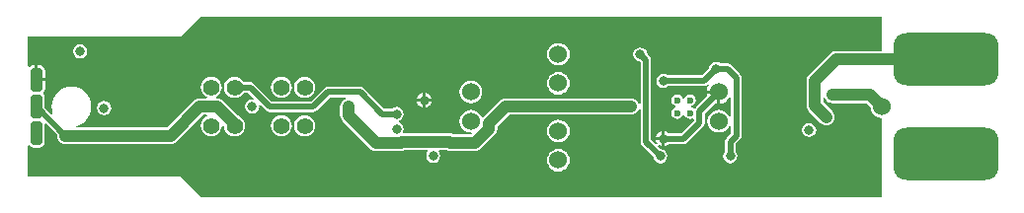
<source format=gbr>
%TF.GenerationSoftware,Altium Limited,Altium Designer,18.1.7 (191)*%
G04 Layer_Physical_Order=3*
G04 Layer_Color=16440176*
%FSLAX45Y45*%
%MOMM*%
%TF.FileFunction,Copper,L3,Inr,Signal*%
%TF.Part,Single*%
G01*
G75*
%TA.AperFunction,Conductor*%
%ADD29C,1.00000*%
%ADD30C,0.50000*%
%TA.AperFunction,ComponentPad*%
%ADD31C,1.40000*%
G04:AMPARAMS|DCode=32|XSize=2mm|YSize=1mm|CornerRadius=0.25mm|HoleSize=0mm|Usage=FLASHONLY|Rotation=90.000|XOffset=0mm|YOffset=0mm|HoleType=Round|Shape=RoundedRectangle|*
%AMROUNDEDRECTD32*
21,1,2.00000,0.50000,0,0,90.0*
21,1,1.50000,1.00000,0,0,90.0*
1,1,0.50000,0.25000,0.75000*
1,1,0.50000,0.25000,-0.75000*
1,1,0.50000,-0.25000,-0.75000*
1,1,0.50000,-0.25000,0.75000*
%
%ADD32ROUNDEDRECTD32*%
G04:AMPARAMS|DCode=33|XSize=9mm|YSize=4.5mm|CornerRadius=1.125mm|HoleSize=0mm|Usage=FLASHONLY|Rotation=0.000|XOffset=0mm|YOffset=0mm|HoleType=Round|Shape=RoundedRectangle|*
%AMROUNDEDRECTD33*
21,1,9.00000,2.25000,0,0,0.0*
21,1,6.75000,4.50000,0,0,0.0*
1,1,2.25000,3.37500,-1.12500*
1,1,2.25000,-3.37500,-1.12500*
1,1,2.25000,-3.37500,1.12500*
1,1,2.25000,3.37500,1.12500*
%
%ADD33ROUNDEDRECTD33*%
%ADD34C,1.52400*%
%TA.AperFunction,ViaPad*%
%ADD35C,0.60000*%
%ADD36C,0.80000*%
%ADD37C,1.00000*%
G36*
X7350000Y1276604D02*
X6956000D01*
X6937727Y1274198D01*
X6920698Y1267145D01*
X6906076Y1255924D01*
X6725075Y1074924D01*
X6713855Y1060302D01*
X6706802Y1043273D01*
X6704396Y1025000D01*
Y810000D01*
X6706802Y791726D01*
X6713855Y774698D01*
X6725075Y760075D01*
X6825076Y660075D01*
X6839698Y648855D01*
X6856726Y641802D01*
X6875000Y639396D01*
X6893273Y641802D01*
X6910302Y648855D01*
X6924924Y660075D01*
X6936145Y674698D01*
X6943198Y691726D01*
X6945604Y710000D01*
X6943198Y728273D01*
X6936145Y745302D01*
X6924924Y759924D01*
X6845604Y839245D01*
Y875575D01*
X6858304Y878101D01*
X6863855Y864698D01*
X6875076Y850076D01*
X6889698Y838855D01*
X6906727Y831802D01*
X6925000Y829396D01*
X7220755D01*
X7253397Y796754D01*
X7256276Y774887D01*
X7265969Y751485D01*
X7281390Y731389D01*
X7301485Y715969D01*
X7324887Y706276D01*
X7350000Y702970D01*
Y25488D01*
X1510558Y25488D01*
X1343023Y193022D01*
X1334754Y198548D01*
X1324999Y200488D01*
X25488D01*
Y465242D01*
X38188Y469095D01*
X42557Y462557D01*
X57442Y452611D01*
X75000Y449118D01*
X125000D01*
X142558Y452611D01*
X157443Y462557D01*
X167389Y477442D01*
X170882Y495000D01*
Y645000D01*
X170566Y646587D01*
X182270Y652843D01*
X280061Y555052D01*
X279396Y550000D01*
X281802Y531726D01*
X288855Y514698D01*
X300076Y500075D01*
X314698Y488855D01*
X331727Y481802D01*
X350000Y479396D01*
X1250000D01*
X1268274Y481802D01*
X1285302Y488855D01*
X1299925Y500075D01*
X1529245Y729396D01*
X1559526D01*
X1562052Y716696D01*
X1554612Y713614D01*
X1535812Y699188D01*
X1521386Y680388D01*
X1512317Y658494D01*
X1509224Y635000D01*
X1512317Y611505D01*
X1521386Y589611D01*
X1535812Y570811D01*
X1554612Y556385D01*
X1576505Y547317D01*
X1600000Y544223D01*
X1623495Y547317D01*
X1645388Y556385D01*
X1664189Y570811D01*
X1678615Y589611D01*
X1687683Y611505D01*
X1690752Y634814D01*
X1691417Y635303D01*
X1702835Y640709D01*
X1709247Y635179D01*
X1709224Y635000D01*
X1712317Y611505D01*
X1721385Y589611D01*
X1735811Y570811D01*
X1754612Y556385D01*
X1776505Y547317D01*
X1800000Y544223D01*
X1823495Y547317D01*
X1845388Y556385D01*
X1864189Y570811D01*
X1878614Y589611D01*
X1887683Y611505D01*
X1890776Y635000D01*
X1887683Y658494D01*
X1878614Y680388D01*
X1864189Y699188D01*
X1845388Y713614D01*
X1824866Y722115D01*
X1697057Y849924D01*
X1682434Y861145D01*
X1665406Y868198D01*
X1647132Y870604D01*
X1640475D01*
X1637949Y883304D01*
X1645388Y886385D01*
X1664189Y900811D01*
X1678615Y919612D01*
X1687683Y941505D01*
X1690776Y965000D01*
X1687683Y988495D01*
X1678615Y1010388D01*
X1664189Y1029188D01*
X1645388Y1043614D01*
X1623495Y1052683D01*
X1600000Y1055776D01*
X1576505Y1052683D01*
X1554612Y1043614D01*
X1535812Y1029188D01*
X1521386Y1010388D01*
X1512317Y988495D01*
X1509224Y965000D01*
X1512317Y941505D01*
X1521386Y919612D01*
X1535812Y900811D01*
X1554612Y886385D01*
X1562051Y883304D01*
X1559525Y870604D01*
X1500000D01*
X1481727Y868198D01*
X1464698Y861145D01*
X1450076Y849924D01*
X1220755Y620604D01*
X437992D01*
X436108Y633304D01*
X465371Y642181D01*
X494904Y657966D01*
X520790Y679210D01*
X542033Y705096D01*
X557819Y734629D01*
X567540Y766674D01*
X570822Y800000D01*
X567540Y833326D01*
X557819Y865371D01*
X542033Y894904D01*
X520790Y920790D01*
X494904Y942033D01*
X465371Y957819D01*
X433326Y967540D01*
X400000Y970822D01*
X366674Y967540D01*
X334629Y957819D01*
X305096Y942033D01*
X279210Y920790D01*
X257966Y894904D01*
X242181Y865371D01*
X232460Y833326D01*
X229178Y800000D01*
X232460Y766674D01*
X239552Y743295D01*
X228322Y736564D01*
X170882Y794005D01*
Y875000D01*
X167389Y892558D01*
X157443Y907443D01*
Y907666D01*
X162007Y919668D01*
X172476Y935335D01*
X176387Y955000D01*
Y1017300D01*
X100000D01*
Y1030000D01*
X87300D01*
Y1156387D01*
X75000D01*
X55335Y1152476D01*
X38664Y1141336D01*
X38188Y1140625D01*
X25488Y1144477D01*
Y1399512D01*
X1324999D01*
X1334754Y1401452D01*
X1343023Y1406977D01*
X1510558Y1574512D01*
X7350000D01*
Y1276604D01*
D02*
G37*
%LPC*%
G36*
X475000Y1336175D02*
X451589Y1331519D01*
X431743Y1318257D01*
X418481Y1298411D01*
X413825Y1275000D01*
X418481Y1251589D01*
X431743Y1231743D01*
X451589Y1218481D01*
X475000Y1213825D01*
X498411Y1218481D01*
X518258Y1231743D01*
X531519Y1251589D01*
X536175Y1275000D01*
X531519Y1298411D01*
X518258Y1318257D01*
X498411Y1331519D01*
X475000Y1336175D01*
D02*
G37*
G36*
X4575000Y1347030D02*
X4549887Y1343724D01*
X4526485Y1334031D01*
X4506390Y1318611D01*
X4490969Y1298515D01*
X4481276Y1275113D01*
X4477970Y1250000D01*
X4481276Y1224887D01*
X4490969Y1201485D01*
X4506390Y1181390D01*
X4526485Y1165969D01*
X4549887Y1156276D01*
X4575000Y1152970D01*
X4600113Y1156276D01*
X4623515Y1165969D01*
X4643610Y1181390D01*
X4659031Y1201485D01*
X4668724Y1224887D01*
X4672030Y1250000D01*
X4668724Y1275113D01*
X4659031Y1298515D01*
X4643610Y1318611D01*
X4623515Y1334031D01*
X4600113Y1343724D01*
X4575000Y1347030D01*
D02*
G37*
G36*
X5925000Y1186175D02*
X5901589Y1181519D01*
X5881743Y1168258D01*
X5868481Y1148411D01*
X5864746Y1129632D01*
X5803495Y1068382D01*
X5514330D01*
X5498411Y1079019D01*
X5475000Y1083676D01*
X5451589Y1079019D01*
X5431743Y1065758D01*
X5418481Y1045911D01*
X5413825Y1022500D01*
X5418481Y999089D01*
X5431743Y979243D01*
X5451589Y965981D01*
X5475000Y961325D01*
X5498411Y965981D01*
X5514330Y976619D01*
X5822500D01*
X5840058Y980111D01*
X5854943Y990057D01*
X5858831Y993944D01*
X5868399Y985553D01*
X5861252Y976238D01*
X5851015Y951523D01*
X5849195Y937700D01*
X5950000D01*
Y925000D01*
X5962700D01*
Y824195D01*
X5976523Y826015D01*
X6001238Y836252D01*
X6022462Y852538D01*
X6038748Y873762D01*
X6041418Y880209D01*
X6054118Y877683D01*
Y708205D01*
X6041418Y705679D01*
X6034031Y723515D01*
X6018611Y743610D01*
X5998515Y759030D01*
X5975113Y768724D01*
X5950000Y772030D01*
X5924887Y768724D01*
X5901485Y759030D01*
X5881390Y743610D01*
X5865969Y723515D01*
X5856276Y700113D01*
X5852970Y675000D01*
X5856276Y649887D01*
X5865969Y626485D01*
X5881390Y606389D01*
X5901485Y590969D01*
X5924887Y581276D01*
X5950000Y577970D01*
X5975113Y581276D01*
X5998515Y590969D01*
X6018611Y606389D01*
X6034031Y626485D01*
X6041418Y644321D01*
X6054118Y641795D01*
Y569005D01*
X6017557Y532443D01*
X6007611Y517558D01*
X6004119Y500000D01*
Y414330D01*
X5993481Y398411D01*
X5988825Y375000D01*
X5993481Y351589D01*
X6006743Y331743D01*
X6026589Y318481D01*
X6050000Y313825D01*
X6073411Y318481D01*
X6093258Y331743D01*
X6106519Y351589D01*
X6111175Y375000D01*
X6106519Y398411D01*
X6095882Y414330D01*
Y480995D01*
X6132443Y517557D01*
X6142389Y532442D01*
X6145882Y550000D01*
Y1050000D01*
X6142389Y1067558D01*
X6132443Y1082443D01*
X6057443Y1157443D01*
X6042558Y1167389D01*
X6025000Y1170882D01*
X5964330D01*
X5948411Y1181519D01*
X5925000Y1186175D01*
D02*
G37*
G36*
X125000Y1156387D02*
X112700D01*
Y1042700D01*
X176387D01*
Y1105000D01*
X172476Y1124665D01*
X161336Y1141336D01*
X144665Y1152476D01*
X125000Y1156387D01*
D02*
G37*
G36*
X4575000Y1097030D02*
X4549887Y1093724D01*
X4526485Y1084031D01*
X4506390Y1068611D01*
X4490969Y1048515D01*
X4481276Y1025113D01*
X4477970Y1000000D01*
X4481276Y974887D01*
X4490969Y951485D01*
X4506390Y931390D01*
X4526485Y915969D01*
X4549887Y906276D01*
X4575000Y902970D01*
X4600113Y906276D01*
X4623515Y915969D01*
X4643610Y931390D01*
X4659031Y951485D01*
X4668724Y974887D01*
X4672030Y1000000D01*
X4668724Y1025113D01*
X4659031Y1048515D01*
X4643610Y1068611D01*
X4623515Y1084031D01*
X4600113Y1093724D01*
X4575000Y1097030D01*
D02*
G37*
G36*
X2400000Y1055776D02*
X2376505Y1052683D01*
X2354612Y1043614D01*
X2335811Y1029188D01*
X2321386Y1010388D01*
X2312317Y988495D01*
X2309224Y965000D01*
X2312317Y941505D01*
X2321386Y919612D01*
X2335811Y900811D01*
X2354612Y886385D01*
X2376505Y877317D01*
X2400000Y874224D01*
X2423495Y877317D01*
X2445388Y886385D01*
X2464189Y900811D01*
X2478615Y919612D01*
X2487683Y941505D01*
X2490776Y965000D01*
X2487683Y988495D01*
X2478615Y1010388D01*
X2464189Y1029188D01*
X2445388Y1043614D01*
X2423495Y1052683D01*
X2400000Y1055776D01*
D02*
G37*
G36*
X2200000D02*
X2176505Y1052683D01*
X2154612Y1043614D01*
X2135811Y1029188D01*
X2121385Y1010388D01*
X2112317Y988495D01*
X2109224Y965000D01*
X2112317Y941505D01*
X2121385Y919612D01*
X2135811Y900811D01*
X2154612Y886385D01*
X2176505Y877317D01*
X2200000Y874224D01*
X2223495Y877317D01*
X2245388Y886385D01*
X2264189Y900811D01*
X2278614Y919612D01*
X2287683Y941505D01*
X2290776Y965000D01*
X2287683Y988495D01*
X2278614Y1010388D01*
X2264189Y1029188D01*
X2245388Y1043614D01*
X2223495Y1052683D01*
X2200000Y1055776D01*
D02*
G37*
G36*
X3437700Y919292D02*
Y867700D01*
X3489292D01*
X3488717Y872073D01*
X3482127Y887982D01*
X3471644Y901644D01*
X3457982Y912127D01*
X3442073Y918717D01*
X3437700Y919292D01*
D02*
G37*
G36*
X3412300D02*
X3407927Y918717D01*
X3392018Y912127D01*
X3378356Y901644D01*
X3367873Y887982D01*
X3361283Y872073D01*
X3360708Y867700D01*
X3412300D01*
Y919292D01*
D02*
G37*
G36*
X3825000Y1022030D02*
X3799887Y1018724D01*
X3776485Y1009030D01*
X3756389Y993610D01*
X3740969Y973515D01*
X3731276Y950113D01*
X3727970Y925000D01*
X3731276Y899887D01*
X3740969Y876485D01*
X3756389Y856389D01*
X3776485Y840969D01*
X3799887Y831276D01*
X3825000Y827970D01*
X3850113Y831276D01*
X3873515Y840969D01*
X3893610Y856389D01*
X3909031Y876485D01*
X3918724Y899887D01*
X3922030Y925000D01*
X3918724Y950113D01*
X3909031Y973515D01*
X3893610Y993610D01*
X3873515Y1009030D01*
X3850113Y1018724D01*
X3825000Y1022030D01*
D02*
G37*
G36*
X5277500Y1308676D02*
X5254089Y1304019D01*
X5234243Y1290758D01*
X5220981Y1270911D01*
X5216325Y1247500D01*
X5220981Y1224089D01*
X5234243Y1204243D01*
X5254089Y1190981D01*
X5272868Y1187246D01*
X5279118Y1180995D01*
Y825096D01*
X5266418Y822570D01*
X5261145Y835302D01*
X5249924Y849924D01*
X5235302Y861145D01*
X5218274Y868198D01*
X5200000Y870604D01*
X4125000D01*
X4106726Y868198D01*
X4089698Y861145D01*
X4075075Y849924D01*
X3931276Y706125D01*
X3930434Y705028D01*
X3915895Y706942D01*
X3909031Y723515D01*
X3893610Y743610D01*
X3873515Y759030D01*
X3850113Y768724D01*
X3825000Y772030D01*
X3799887Y768724D01*
X3776485Y759030D01*
X3756389Y743610D01*
X3740969Y723515D01*
X3731276Y700113D01*
X3727970Y675000D01*
X3731276Y649887D01*
X3740969Y626485D01*
X3756389Y606389D01*
X3776485Y590969D01*
X3799887Y581276D01*
X3825000Y577970D01*
X3825500Y578036D01*
X3832406Y566135D01*
X3827820Y560104D01*
X3674084D01*
X3672727Y561145D01*
X3655698Y568198D01*
X3637425Y570604D01*
X3248143D01*
X3242156Y581805D01*
X3245019Y586089D01*
X3249675Y609500D01*
X3245019Y632911D01*
X3231757Y652757D01*
X3211911Y666019D01*
X3209363Y666525D01*
Y679474D01*
X3211911Y679981D01*
X3231757Y693242D01*
X3245019Y713089D01*
X3249675Y736500D01*
X3245019Y759911D01*
X3231757Y779757D01*
X3211911Y793019D01*
X3188500Y797675D01*
X3165089Y793019D01*
X3149169Y782381D01*
X3082505D01*
X2907443Y957443D01*
X2892558Y967389D01*
X2875000Y970881D01*
X2600000D01*
X2582442Y967389D01*
X2567557Y957443D01*
X2455995Y845881D01*
X2119005D01*
X1967443Y997443D01*
X1952558Y1007389D01*
X1935000Y1010881D01*
X1878236D01*
X1864189Y1029188D01*
X1845388Y1043614D01*
X1823495Y1052683D01*
X1800000Y1055776D01*
X1776505Y1052683D01*
X1754612Y1043614D01*
X1735811Y1029188D01*
X1721385Y1010388D01*
X1712317Y988495D01*
X1709224Y965000D01*
X1712317Y941505D01*
X1721385Y919612D01*
X1735811Y900811D01*
X1754612Y886385D01*
X1776505Y877317D01*
X1800000Y874224D01*
X1823495Y877317D01*
X1845388Y886385D01*
X1864189Y900811D01*
X1878236Y919118D01*
X1915995D01*
X1963718Y871396D01*
X1957462Y859691D01*
X1950000Y861175D01*
X1926589Y856519D01*
X1906742Y843257D01*
X1893481Y823411D01*
X1888825Y800000D01*
X1893481Y776589D01*
X1906742Y756742D01*
X1926589Y743481D01*
X1950000Y738825D01*
X1973411Y743481D01*
X1993257Y756742D01*
X2006519Y776589D01*
X2011175Y800000D01*
X2009691Y807462D01*
X2021395Y813718D01*
X2067557Y767557D01*
X2082442Y757611D01*
X2100000Y754118D01*
X2475000D01*
X2492558Y757611D01*
X2507443Y767557D01*
X2619005Y879118D01*
X2749904D01*
X2752430Y866418D01*
X2739698Y861145D01*
X2725076Y849924D01*
X2713855Y835302D01*
X2706802Y818273D01*
X2704396Y800000D01*
Y725000D01*
X2706802Y706727D01*
X2713855Y689698D01*
X2725076Y675076D01*
X2960576Y439575D01*
X2975199Y428355D01*
X2992227Y421302D01*
X3010500Y418896D01*
X3222975D01*
X3241249Y421302D01*
X3258277Y428355D01*
X3259634Y429396D01*
X3451052D01*
X3456529Y416696D01*
X3445981Y400911D01*
X3441325Y377500D01*
X3445981Y354089D01*
X3459243Y334242D01*
X3479089Y320981D01*
X3502500Y316324D01*
X3525911Y320981D01*
X3545758Y334242D01*
X3559019Y354089D01*
X3563676Y377500D01*
X3559019Y400911D01*
X3548471Y416696D01*
X3553948Y429396D01*
X3611266D01*
X3612623Y428355D01*
X3629652Y421301D01*
X3647925Y418896D01*
X3860400D01*
X3878673Y421302D01*
X3895702Y428355D01*
X3910324Y439575D01*
X4031125Y560375D01*
X4042345Y574998D01*
X4049398Y592026D01*
X4051804Y610300D01*
Y626955D01*
X4154245Y729396D01*
X5200000D01*
X5218274Y731802D01*
X5235302Y738855D01*
X5249924Y750075D01*
X5261145Y764698D01*
X5266418Y777430D01*
X5279118Y774904D01*
Y500000D01*
X5282611Y482442D01*
X5292557Y467557D01*
X5389746Y370368D01*
X5393481Y351589D01*
X5406743Y331743D01*
X5426589Y318481D01*
X5450000Y313825D01*
X5473411Y318481D01*
X5493257Y331743D01*
X5506519Y351589D01*
X5511175Y375000D01*
X5506519Y398411D01*
X5493257Y418257D01*
X5473411Y431519D01*
X5454632Y435254D01*
X5424841Y465046D01*
X5433232Y474614D01*
X5433388Y474495D01*
X5442018Y467873D01*
X5457927Y461283D01*
X5462300Y460708D01*
Y512300D01*
X5410708D01*
X5411283Y507927D01*
X5417873Y492018D01*
X5424495Y483388D01*
X5424614Y483232D01*
X5421517Y480516D01*
X5415046Y474841D01*
X5370882Y519005D01*
Y1200000D01*
X5367389Y1217558D01*
X5357443Y1232443D01*
X5337754Y1252133D01*
X5334019Y1270911D01*
X5320757Y1290758D01*
X5300911Y1304019D01*
X5277500Y1308676D01*
D02*
G37*
G36*
X3489292Y842300D02*
X3437700D01*
Y790708D01*
X3442073Y791283D01*
X3457982Y797873D01*
X3471644Y808356D01*
X3482127Y822018D01*
X3488717Y837927D01*
X3489292Y842300D01*
D02*
G37*
G36*
X3412300D02*
X3360708D01*
X3361283Y837927D01*
X3367873Y822018D01*
X3378356Y808356D01*
X3392018Y797873D01*
X3407927Y791283D01*
X3412300Y790708D01*
Y842300D01*
D02*
G37*
G36*
X5937300Y912300D02*
X5849195D01*
X5851015Y898477D01*
X5853234Y893120D01*
X5752557Y792443D01*
X5744943Y781048D01*
X5741048D01*
X5724509Y792099D01*
X5717337Y793526D01*
Y806474D01*
X5724509Y807901D01*
X5741048Y818952D01*
X5752099Y835491D01*
X5755980Y855000D01*
X5752099Y874509D01*
X5741048Y891048D01*
X5724509Y902099D01*
X5705000Y905980D01*
X5685491Y902099D01*
X5668952Y891048D01*
X5657901Y874509D01*
X5656474Y867337D01*
X5643526D01*
X5642099Y874509D01*
X5631048Y891048D01*
X5614509Y902099D01*
X5595000Y905980D01*
X5575491Y902099D01*
X5558952Y891048D01*
X5547901Y874509D01*
X5544020Y855000D01*
X5547901Y835491D01*
X5558952Y818952D01*
X5575491Y807901D01*
X5582663Y806474D01*
Y793526D01*
X5575491Y792099D01*
X5558952Y781048D01*
X5547901Y764509D01*
X5544020Y745000D01*
X5547901Y725491D01*
X5558952Y708952D01*
X5575491Y697901D01*
X5595000Y694020D01*
X5614509Y697901D01*
X5631048Y708952D01*
X5642099Y725491D01*
X5643526Y732663D01*
X5656474D01*
X5657901Y725491D01*
X5668952Y708952D01*
X5685491Y697901D01*
X5705000Y694020D01*
X5724509Y697901D01*
X5727918Y700179D01*
X5739118Y694192D01*
Y679005D01*
X5630995Y570882D01*
X5522229D01*
X5521644Y571644D01*
X5507982Y582127D01*
X5492073Y588717D01*
X5487700Y589292D01*
Y525000D01*
Y460708D01*
X5492073Y461283D01*
X5507982Y467873D01*
X5521644Y478356D01*
X5522229Y479118D01*
X5650000D01*
X5667558Y482611D01*
X5682443Y492557D01*
X5817443Y627557D01*
X5827389Y642442D01*
X5830881Y660000D01*
Y740995D01*
X5918120Y828234D01*
X5923477Y826015D01*
X5937300Y824195D01*
Y912300D01*
D02*
G37*
G36*
X680000Y848675D02*
X656589Y844019D01*
X636742Y830758D01*
X623481Y810911D01*
X618825Y787500D01*
X623481Y764089D01*
X636742Y744243D01*
X656589Y730981D01*
X680000Y726325D01*
X703411Y730981D01*
X723257Y744243D01*
X736519Y764089D01*
X741175Y787500D01*
X736519Y810911D01*
X723257Y830758D01*
X703411Y844019D01*
X680000Y848675D01*
D02*
G37*
G36*
X2400000Y725776D02*
X2376505Y722683D01*
X2354612Y713614D01*
X2335811Y699188D01*
X2321386Y680388D01*
X2312317Y658494D01*
X2309224Y635000D01*
X2312317Y611505D01*
X2321386Y589611D01*
X2335811Y570811D01*
X2354612Y556385D01*
X2376505Y547317D01*
X2400000Y544223D01*
X2423495Y547317D01*
X2445388Y556385D01*
X2464189Y570811D01*
X2478615Y589611D01*
X2487683Y611505D01*
X2490776Y635000D01*
X2487683Y658494D01*
X2478615Y680388D01*
X2464189Y699188D01*
X2445388Y713614D01*
X2423495Y722683D01*
X2400000Y725776D01*
D02*
G37*
G36*
X2200000D02*
X2176505Y722683D01*
X2154612Y713614D01*
X2135811Y699188D01*
X2121385Y680388D01*
X2112317Y658494D01*
X2109224Y635000D01*
X2112317Y611505D01*
X2121385Y589611D01*
X2135811Y570811D01*
X2154612Y556385D01*
X2176505Y547317D01*
X2200000Y544223D01*
X2223495Y547317D01*
X2245388Y556385D01*
X2264189Y570811D01*
X2278614Y589611D01*
X2287683Y611505D01*
X2290776Y635000D01*
X2287683Y658494D01*
X2278614Y680388D01*
X2264189Y699188D01*
X2245388Y713614D01*
X2223495Y722683D01*
X2200000Y725776D01*
D02*
G37*
G36*
X6725000Y661175D02*
X6701589Y656519D01*
X6681743Y643258D01*
X6668481Y623411D01*
X6663825Y600000D01*
X6668481Y576589D01*
X6681743Y556743D01*
X6701589Y543481D01*
X6725000Y538825D01*
X6748411Y543481D01*
X6768257Y556743D01*
X6781519Y576589D01*
X6786175Y600000D01*
X6781519Y623411D01*
X6768257Y643258D01*
X6748411Y656519D01*
X6725000Y661175D01*
D02*
G37*
G36*
X5462300Y589292D02*
X5457927Y588717D01*
X5442018Y582127D01*
X5428356Y571644D01*
X5417873Y557982D01*
X5411283Y542073D01*
X5410708Y537700D01*
X5462300D01*
Y589292D01*
D02*
G37*
G36*
X4575000Y687030D02*
X4549887Y683724D01*
X4526485Y674030D01*
X4506390Y658610D01*
X4490969Y638515D01*
X4481276Y615113D01*
X4477970Y590000D01*
X4481276Y564887D01*
X4490969Y541485D01*
X4506390Y521389D01*
X4526485Y505969D01*
X4549887Y496276D01*
X4575000Y492970D01*
X4600113Y496276D01*
X4623515Y505969D01*
X4643610Y521389D01*
X4659031Y541485D01*
X4668724Y564887D01*
X4672030Y590000D01*
X4668724Y615113D01*
X4659031Y638515D01*
X4643610Y658610D01*
X4623515Y674030D01*
X4600113Y683724D01*
X4575000Y687030D01*
D02*
G37*
G36*
Y437030D02*
X4549887Y433724D01*
X4526485Y424030D01*
X4506390Y408610D01*
X4490969Y388515D01*
X4481276Y365113D01*
X4477970Y340000D01*
X4481276Y314887D01*
X4490969Y291485D01*
X4506390Y271389D01*
X4526485Y255969D01*
X4549887Y246276D01*
X4575000Y242970D01*
X4600113Y246276D01*
X4623515Y255969D01*
X4643610Y271389D01*
X4659031Y291485D01*
X4668724Y314887D01*
X4672030Y340000D01*
X4668724Y365113D01*
X4659031Y388515D01*
X4643610Y408610D01*
X4623515Y424030D01*
X4600113Y433724D01*
X4575000Y437030D01*
D02*
G37*
%LPD*%
D29*
X7250000Y900000D02*
X7350000Y800000D01*
X6925000Y900000D02*
X7250000D01*
X3647925Y489500D02*
X3860400D01*
X3637425Y500000D02*
X3647925Y489500D01*
X3010500D02*
X3222975D01*
X3233476Y500000D01*
X350000Y550000D02*
X1250000D01*
X6956000Y1206000D02*
X7900000D01*
X6775000Y1025000D02*
X6956000Y1206000D01*
X6775000Y810000D02*
Y1025000D01*
Y810000D02*
X6875000Y710000D01*
X4125000Y800000D02*
X5200000D01*
X3981200Y656200D02*
X4125000Y800000D01*
X2775000Y725000D02*
Y800000D01*
Y725000D02*
X3010500Y489500D01*
X3233476Y500000D02*
X3637425D01*
X3860400Y489500D02*
X3981200Y610300D01*
Y656200D01*
X1250000Y550000D02*
X1500000Y800000D01*
X1647132D01*
X1800000Y647132D01*
Y635000D02*
Y647132D01*
D30*
X5277500Y1247500D02*
X5325000Y1200000D01*
Y500000D02*
Y1200000D01*
Y500000D02*
X5450000Y375000D01*
X100000Y800000D02*
X350000Y550000D01*
X6050000Y375000D02*
Y500000D01*
X6100000Y550000D01*
Y1050000D01*
X6025000Y1125000D02*
X6100000Y1050000D01*
X5925000Y1125000D02*
X6025000D01*
X5822500Y1022500D02*
X5925000Y1125000D01*
X5475000Y1022500D02*
X5822500D01*
X5785000Y760000D02*
X5950000Y925000D01*
X5785000Y660000D02*
Y760000D01*
X5650000Y525000D02*
X5785000Y660000D01*
X5475000Y525000D02*
X5650000D01*
X1800000Y965000D02*
X1935000D01*
X2100000Y800000D01*
X2475000D01*
X2600000Y925000D01*
X2875000D01*
X3063500Y736500D01*
X3188500D01*
D31*
X2400000Y965000D02*
D03*
X2200000D02*
D03*
X1800000D02*
D03*
X1600000D02*
D03*
Y635000D02*
D03*
X1800000D02*
D03*
X2200000D02*
D03*
X2400000D02*
D03*
D32*
X100000Y570000D02*
D03*
Y800000D02*
D03*
Y1030000D02*
D03*
D33*
X7900000Y394000D02*
D03*
Y1206000D02*
D03*
D34*
X7350000Y800000D02*
D03*
X3825000Y675000D02*
D03*
Y925000D02*
D03*
X4575000Y1250000D02*
D03*
Y1000000D02*
D03*
Y590000D02*
D03*
Y340000D02*
D03*
X5950000Y925000D02*
D03*
Y675000D02*
D03*
D35*
X5595000Y745000D02*
D03*
Y855000D02*
D03*
X5705000Y745000D02*
D03*
Y855000D02*
D03*
D36*
X6875000Y710000D02*
D03*
X6925000Y900000D02*
D03*
X6725000Y600000D02*
D03*
X3502500Y377500D02*
D03*
X475000Y1275000D02*
D03*
X6050000Y375000D02*
D03*
X3425000Y855000D02*
D03*
X4125000Y800000D02*
D03*
X2775000D02*
D03*
X5925000Y1125000D02*
D03*
X5475000Y1022500D02*
D03*
Y525000D02*
D03*
X5277500Y1247500D02*
D03*
X5450000Y375000D02*
D03*
X680000Y787500D02*
D03*
X1950000Y800000D02*
D03*
X3188500Y736500D02*
D03*
Y609500D02*
D03*
D37*
X5200000Y800000D02*
D03*
%TF.MD5,e157a01cc0ffd519780c771ef1b7f843*%
M02*

</source>
